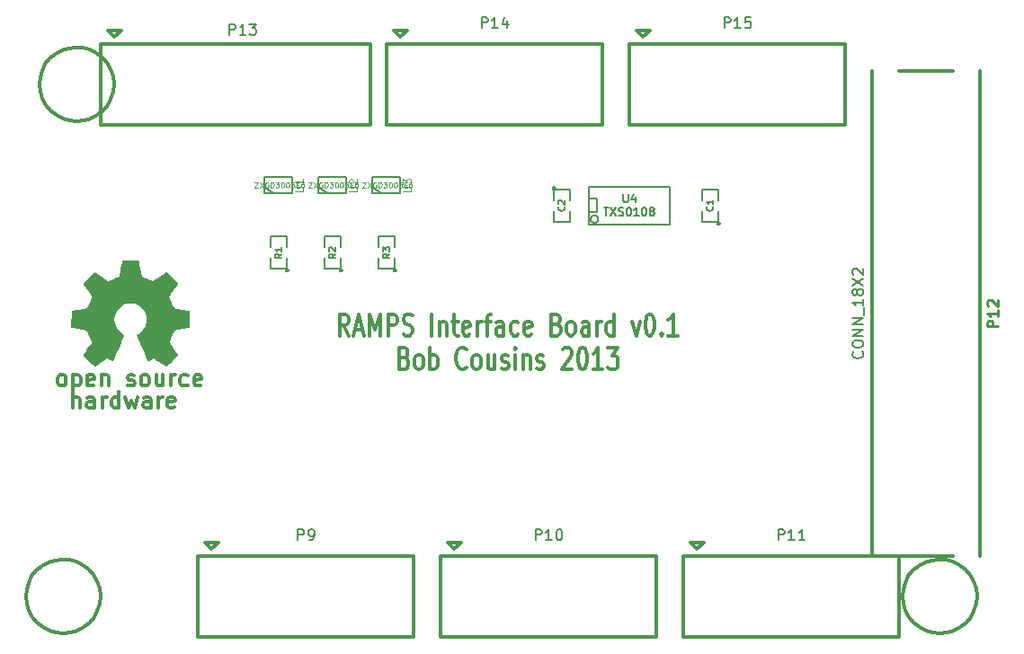
<source format=gto>
G04 (created by PCBNEW-RS274X (2012-01-19 BZR 3256)-stable) date 16/02/2013 15:24:50*
G01*
G70*
G90*
%MOIN*%
G04 Gerber Fmt 3.4, Leading zero omitted, Abs format*
%FSLAX34Y34*%
G04 APERTURE LIST*
%ADD10C,0.006000*%
%ADD11C,0.012000*%
%ADD12C,0.006500*%
%ADD13C,0.005000*%
%ADD14C,0.000100*%
%ADD15C,0.008000*%
%ADD16C,0.003000*%
%ADD17C,0.010000*%
G04 APERTURE END LIST*
G54D10*
G54D11*
X12087Y11176D02*
X11887Y11557D01*
X11744Y11176D02*
X11744Y11976D01*
X11972Y11976D01*
X12030Y11938D01*
X12058Y11900D01*
X12087Y11824D01*
X12087Y11710D01*
X12058Y11633D01*
X12030Y11595D01*
X11972Y11557D01*
X11744Y11557D01*
X12315Y11405D02*
X12601Y11405D01*
X12258Y11176D02*
X12458Y11976D01*
X12658Y11176D01*
X12858Y11176D02*
X12858Y11976D01*
X13058Y11405D01*
X13258Y11976D01*
X13258Y11176D01*
X13544Y11176D02*
X13544Y11976D01*
X13772Y11976D01*
X13830Y11938D01*
X13858Y11900D01*
X13887Y11824D01*
X13887Y11710D01*
X13858Y11633D01*
X13830Y11595D01*
X13772Y11557D01*
X13544Y11557D01*
X14115Y11214D02*
X14201Y11176D01*
X14344Y11176D01*
X14401Y11214D01*
X14430Y11252D01*
X14458Y11329D01*
X14458Y11405D01*
X14430Y11481D01*
X14401Y11519D01*
X14344Y11557D01*
X14230Y11595D01*
X14172Y11633D01*
X14144Y11671D01*
X14115Y11748D01*
X14115Y11824D01*
X14144Y11900D01*
X14172Y11938D01*
X14230Y11976D01*
X14372Y11976D01*
X14458Y11938D01*
X15172Y11176D02*
X15172Y11976D01*
X15458Y11710D02*
X15458Y11176D01*
X15458Y11633D02*
X15486Y11671D01*
X15544Y11710D01*
X15629Y11710D01*
X15686Y11671D01*
X15715Y11595D01*
X15715Y11176D01*
X15915Y11710D02*
X16144Y11710D01*
X16001Y11976D02*
X16001Y11290D01*
X16029Y11214D01*
X16087Y11176D01*
X16144Y11176D01*
X16572Y11214D02*
X16515Y11176D01*
X16401Y11176D01*
X16344Y11214D01*
X16315Y11290D01*
X16315Y11595D01*
X16344Y11671D01*
X16401Y11710D01*
X16515Y11710D01*
X16572Y11671D01*
X16601Y11595D01*
X16601Y11519D01*
X16315Y11443D01*
X16858Y11176D02*
X16858Y11710D01*
X16858Y11557D02*
X16886Y11633D01*
X16915Y11671D01*
X16972Y11710D01*
X17029Y11710D01*
X17143Y11710D02*
X17372Y11710D01*
X17229Y11176D02*
X17229Y11862D01*
X17257Y11938D01*
X17315Y11976D01*
X17372Y11976D01*
X17829Y11176D02*
X17829Y11595D01*
X17800Y11671D01*
X17743Y11710D01*
X17629Y11710D01*
X17572Y11671D01*
X17829Y11214D02*
X17772Y11176D01*
X17629Y11176D01*
X17572Y11214D01*
X17543Y11290D01*
X17543Y11367D01*
X17572Y11443D01*
X17629Y11481D01*
X17772Y11481D01*
X17829Y11519D01*
X18372Y11214D02*
X18315Y11176D01*
X18201Y11176D01*
X18143Y11214D01*
X18115Y11252D01*
X18086Y11329D01*
X18086Y11557D01*
X18115Y11633D01*
X18143Y11671D01*
X18201Y11710D01*
X18315Y11710D01*
X18372Y11671D01*
X18857Y11214D02*
X18800Y11176D01*
X18686Y11176D01*
X18629Y11214D01*
X18600Y11290D01*
X18600Y11595D01*
X18629Y11671D01*
X18686Y11710D01*
X18800Y11710D01*
X18857Y11671D01*
X18886Y11595D01*
X18886Y11519D01*
X18600Y11443D01*
X19800Y11595D02*
X19886Y11557D01*
X19914Y11519D01*
X19943Y11443D01*
X19943Y11329D01*
X19914Y11252D01*
X19886Y11214D01*
X19828Y11176D01*
X19600Y11176D01*
X19600Y11976D01*
X19800Y11976D01*
X19857Y11938D01*
X19886Y11900D01*
X19914Y11824D01*
X19914Y11748D01*
X19886Y11671D01*
X19857Y11633D01*
X19800Y11595D01*
X19600Y11595D01*
X20286Y11176D02*
X20228Y11214D01*
X20200Y11252D01*
X20171Y11329D01*
X20171Y11557D01*
X20200Y11633D01*
X20228Y11671D01*
X20286Y11710D01*
X20371Y11710D01*
X20428Y11671D01*
X20457Y11633D01*
X20486Y11557D01*
X20486Y11329D01*
X20457Y11252D01*
X20428Y11214D01*
X20371Y11176D01*
X20286Y11176D01*
X21000Y11176D02*
X21000Y11595D01*
X20971Y11671D01*
X20914Y11710D01*
X20800Y11710D01*
X20743Y11671D01*
X21000Y11214D02*
X20943Y11176D01*
X20800Y11176D01*
X20743Y11214D01*
X20714Y11290D01*
X20714Y11367D01*
X20743Y11443D01*
X20800Y11481D01*
X20943Y11481D01*
X21000Y11519D01*
X21286Y11176D02*
X21286Y11710D01*
X21286Y11557D02*
X21314Y11633D01*
X21343Y11671D01*
X21400Y11710D01*
X21457Y11710D01*
X21914Y11176D02*
X21914Y11976D01*
X21914Y11214D02*
X21857Y11176D01*
X21743Y11176D01*
X21685Y11214D01*
X21657Y11252D01*
X21628Y11329D01*
X21628Y11557D01*
X21657Y11633D01*
X21685Y11671D01*
X21743Y11710D01*
X21857Y11710D01*
X21914Y11671D01*
X22600Y11710D02*
X22743Y11176D01*
X22885Y11710D01*
X23228Y11976D02*
X23285Y11976D01*
X23342Y11938D01*
X23371Y11900D01*
X23400Y11824D01*
X23428Y11671D01*
X23428Y11481D01*
X23400Y11329D01*
X23371Y11252D01*
X23342Y11214D01*
X23285Y11176D01*
X23228Y11176D01*
X23171Y11214D01*
X23142Y11252D01*
X23114Y11329D01*
X23085Y11481D01*
X23085Y11671D01*
X23114Y11824D01*
X23142Y11900D01*
X23171Y11938D01*
X23228Y11976D01*
X23685Y11252D02*
X23713Y11214D01*
X23685Y11176D01*
X23656Y11214D01*
X23685Y11252D01*
X23685Y11176D01*
X24285Y11176D02*
X23942Y11176D01*
X24114Y11176D02*
X24114Y11976D01*
X24057Y11862D01*
X23999Y11786D01*
X23942Y11748D01*
X14158Y10355D02*
X14244Y10317D01*
X14272Y10279D01*
X14301Y10203D01*
X14301Y10089D01*
X14272Y10012D01*
X14244Y09974D01*
X14186Y09936D01*
X13958Y09936D01*
X13958Y10736D01*
X14158Y10736D01*
X14215Y10698D01*
X14244Y10660D01*
X14272Y10584D01*
X14272Y10508D01*
X14244Y10431D01*
X14215Y10393D01*
X14158Y10355D01*
X13958Y10355D01*
X14644Y09936D02*
X14586Y09974D01*
X14558Y10012D01*
X14529Y10089D01*
X14529Y10317D01*
X14558Y10393D01*
X14586Y10431D01*
X14644Y10470D01*
X14729Y10470D01*
X14786Y10431D01*
X14815Y10393D01*
X14844Y10317D01*
X14844Y10089D01*
X14815Y10012D01*
X14786Y09974D01*
X14729Y09936D01*
X14644Y09936D01*
X15101Y09936D02*
X15101Y10736D01*
X15101Y10431D02*
X15158Y10470D01*
X15272Y10470D01*
X15329Y10431D01*
X15358Y10393D01*
X15387Y10317D01*
X15387Y10089D01*
X15358Y10012D01*
X15329Y09974D01*
X15272Y09936D01*
X15158Y09936D01*
X15101Y09974D01*
X16444Y10012D02*
X16415Y09974D01*
X16329Y09936D01*
X16272Y09936D01*
X16187Y09974D01*
X16129Y10050D01*
X16101Y10127D01*
X16072Y10279D01*
X16072Y10393D01*
X16101Y10546D01*
X16129Y10622D01*
X16187Y10698D01*
X16272Y10736D01*
X16329Y10736D01*
X16415Y10698D01*
X16444Y10660D01*
X16787Y09936D02*
X16729Y09974D01*
X16701Y10012D01*
X16672Y10089D01*
X16672Y10317D01*
X16701Y10393D01*
X16729Y10431D01*
X16787Y10470D01*
X16872Y10470D01*
X16929Y10431D01*
X16958Y10393D01*
X16987Y10317D01*
X16987Y10089D01*
X16958Y10012D01*
X16929Y09974D01*
X16872Y09936D01*
X16787Y09936D01*
X17501Y10470D02*
X17501Y09936D01*
X17244Y10470D02*
X17244Y10050D01*
X17272Y09974D01*
X17330Y09936D01*
X17415Y09936D01*
X17472Y09974D01*
X17501Y10012D01*
X17758Y09974D02*
X17815Y09936D01*
X17930Y09936D01*
X17987Y09974D01*
X18015Y10050D01*
X18015Y10089D01*
X17987Y10165D01*
X17930Y10203D01*
X17844Y10203D01*
X17787Y10241D01*
X17758Y10317D01*
X17758Y10355D01*
X17787Y10431D01*
X17844Y10470D01*
X17930Y10470D01*
X17987Y10431D01*
X18273Y09936D02*
X18273Y10470D01*
X18273Y10736D02*
X18244Y10698D01*
X18273Y10660D01*
X18301Y10698D01*
X18273Y10736D01*
X18273Y10660D01*
X18559Y10470D02*
X18559Y09936D01*
X18559Y10393D02*
X18587Y10431D01*
X18645Y10470D01*
X18730Y10470D01*
X18787Y10431D01*
X18816Y10355D01*
X18816Y09936D01*
X19073Y09974D02*
X19130Y09936D01*
X19245Y09936D01*
X19302Y09974D01*
X19330Y10050D01*
X19330Y10089D01*
X19302Y10165D01*
X19245Y10203D01*
X19159Y10203D01*
X19102Y10241D01*
X19073Y10317D01*
X19073Y10355D01*
X19102Y10431D01*
X19159Y10470D01*
X19245Y10470D01*
X19302Y10431D01*
X20016Y10660D02*
X20045Y10698D01*
X20102Y10736D01*
X20245Y10736D01*
X20302Y10698D01*
X20331Y10660D01*
X20359Y10584D01*
X20359Y10508D01*
X20331Y10393D01*
X19988Y09936D01*
X20359Y09936D01*
X20730Y10736D02*
X20787Y10736D01*
X20844Y10698D01*
X20873Y10660D01*
X20902Y10584D01*
X20930Y10431D01*
X20930Y10241D01*
X20902Y10089D01*
X20873Y10012D01*
X20844Y09974D01*
X20787Y09936D01*
X20730Y09936D01*
X20673Y09974D01*
X20644Y10012D01*
X20616Y10089D01*
X20587Y10241D01*
X20587Y10431D01*
X20616Y10584D01*
X20644Y10660D01*
X20673Y10698D01*
X20730Y10736D01*
X21501Y09936D02*
X21158Y09936D01*
X21330Y09936D02*
X21330Y10736D01*
X21273Y10622D01*
X21215Y10546D01*
X21158Y10508D01*
X21701Y10736D02*
X22072Y10736D01*
X21872Y10431D01*
X21958Y10431D01*
X22015Y10393D01*
X22044Y10355D01*
X22072Y10279D01*
X22072Y10089D01*
X22044Y10012D01*
X22015Y09974D01*
X21958Y09936D01*
X21786Y09936D01*
X21729Y09974D01*
X21701Y10012D01*
X06750Y03500D02*
X07000Y03250D01*
X07000Y03250D02*
X07250Y03500D01*
X07250Y03500D02*
X06750Y03500D01*
X06500Y00000D02*
X06500Y03000D01*
X14500Y03000D02*
X14500Y00000D01*
X06500Y03000D02*
X14500Y03000D01*
X14500Y00000D02*
X06500Y00000D01*
X15750Y03500D02*
X16000Y03250D01*
X16000Y03250D02*
X16250Y03500D01*
X16250Y03500D02*
X15750Y03500D01*
X15500Y00000D02*
X15500Y03000D01*
X23500Y03000D02*
X23500Y00000D01*
X15500Y03000D02*
X23500Y03000D01*
X23500Y00000D02*
X15500Y00000D01*
X24750Y03500D02*
X25000Y03250D01*
X25000Y03250D02*
X25250Y03500D01*
X25250Y03500D02*
X24750Y03500D01*
X24500Y00000D02*
X24500Y03000D01*
X32500Y03000D02*
X32500Y00000D01*
X24500Y03000D02*
X32500Y03000D01*
X32500Y00000D02*
X24500Y00000D01*
X13750Y22500D02*
X14000Y22250D01*
X14000Y22250D02*
X14250Y22500D01*
X14250Y22500D02*
X13750Y22500D01*
X13500Y19000D02*
X13500Y22000D01*
X21500Y22000D02*
X21500Y19000D01*
X13500Y22000D02*
X21500Y22000D01*
X21500Y19000D02*
X13500Y19000D01*
X22750Y22500D02*
X23000Y22250D01*
X23000Y22250D02*
X23250Y22500D01*
X23250Y22500D02*
X22750Y22500D01*
X22500Y19000D02*
X22500Y22000D01*
X30500Y22000D02*
X30500Y19000D01*
X22500Y22000D02*
X30500Y22000D01*
X30500Y19000D02*
X22500Y19000D01*
X03150Y22500D02*
X03400Y22250D01*
X03400Y22250D02*
X03650Y22500D01*
X03650Y22500D02*
X03150Y22500D01*
X02900Y22000D02*
X02900Y19000D01*
X12900Y22000D02*
X12900Y19000D01*
X10900Y22000D02*
X12900Y22000D01*
X10900Y19000D02*
X12900Y19000D01*
X02900Y22000D02*
X10900Y22000D01*
X10900Y19000D02*
X02900Y19000D01*
G54D12*
X24000Y16700D02*
X21000Y16700D01*
X21000Y15300D02*
X24000Y15300D01*
X24000Y16700D02*
X24000Y15300D01*
G54D10*
X21000Y15300D02*
X21000Y16700D01*
G54D13*
X21341Y15500D02*
X21338Y15473D01*
X21330Y15447D01*
X21317Y15422D01*
X21300Y15401D01*
X21278Y15384D01*
X21254Y15371D01*
X21228Y15362D01*
X21200Y15360D01*
X21174Y15362D01*
X21148Y15370D01*
X21123Y15383D01*
X21102Y15400D01*
X21084Y15421D01*
X21071Y15445D01*
X21063Y15471D01*
X21060Y15499D01*
X21062Y15525D01*
X21069Y15551D01*
X21082Y15576D01*
X21099Y15597D01*
X21120Y15615D01*
X21144Y15629D01*
X21170Y15637D01*
X21198Y15640D01*
X21224Y15638D01*
X21250Y15631D01*
X21275Y15619D01*
X21297Y15602D01*
X21315Y15581D01*
X21328Y15557D01*
X21337Y15531D01*
X21340Y15503D01*
X21341Y15500D01*
X21000Y16250D02*
X21300Y16250D01*
X21300Y16250D02*
X21300Y15750D01*
X21300Y15750D02*
X21000Y15750D01*
X25850Y15350D02*
X25849Y15341D01*
X25846Y15331D01*
X25841Y15323D01*
X25835Y15315D01*
X25827Y15309D01*
X25819Y15304D01*
X25810Y15302D01*
X25800Y15301D01*
X25791Y15301D01*
X25782Y15304D01*
X25773Y15309D01*
X25766Y15315D01*
X25759Y15322D01*
X25755Y15331D01*
X25752Y15340D01*
X25751Y15350D01*
X25751Y15359D01*
X25754Y15368D01*
X25758Y15377D01*
X25765Y15384D01*
X25772Y15391D01*
X25780Y15395D01*
X25790Y15398D01*
X25799Y15399D01*
X25808Y15399D01*
X25818Y15396D01*
X25826Y15392D01*
X25834Y15386D01*
X25840Y15378D01*
X25845Y15370D01*
X25848Y15361D01*
X25849Y15351D01*
X25850Y15350D01*
X25800Y15800D02*
X25800Y15400D01*
X25800Y15400D02*
X25200Y15400D01*
X25200Y15400D02*
X25200Y15800D01*
X25200Y16200D02*
X25200Y16600D01*
X25200Y16600D02*
X25800Y16600D01*
X25800Y16600D02*
X25800Y16200D01*
X19750Y16650D02*
X19749Y16641D01*
X19746Y16631D01*
X19741Y16623D01*
X19735Y16615D01*
X19727Y16609D01*
X19719Y16604D01*
X19710Y16602D01*
X19700Y16601D01*
X19691Y16601D01*
X19682Y16604D01*
X19673Y16609D01*
X19666Y16615D01*
X19659Y16622D01*
X19655Y16631D01*
X19652Y16640D01*
X19651Y16650D01*
X19651Y16659D01*
X19654Y16668D01*
X19658Y16677D01*
X19665Y16684D01*
X19672Y16691D01*
X19680Y16695D01*
X19690Y16698D01*
X19699Y16699D01*
X19708Y16699D01*
X19718Y16696D01*
X19726Y16692D01*
X19734Y16686D01*
X19740Y16678D01*
X19745Y16670D01*
X19748Y16661D01*
X19749Y16651D01*
X19750Y16650D01*
X19700Y16200D02*
X19700Y16600D01*
X19700Y16600D02*
X20300Y16600D01*
X20300Y16600D02*
X20300Y16200D01*
X20300Y15800D02*
X20300Y15400D01*
X20300Y15400D02*
X19700Y15400D01*
X19700Y15400D02*
X19700Y15800D01*
X09850Y13600D02*
X09849Y13591D01*
X09846Y13581D01*
X09841Y13573D01*
X09835Y13565D01*
X09827Y13559D01*
X09819Y13554D01*
X09810Y13552D01*
X09800Y13551D01*
X09791Y13551D01*
X09782Y13554D01*
X09773Y13559D01*
X09766Y13565D01*
X09759Y13572D01*
X09755Y13581D01*
X09752Y13590D01*
X09751Y13600D01*
X09751Y13609D01*
X09754Y13618D01*
X09758Y13627D01*
X09765Y13634D01*
X09772Y13641D01*
X09780Y13645D01*
X09790Y13648D01*
X09799Y13649D01*
X09808Y13649D01*
X09818Y13646D01*
X09826Y13642D01*
X09834Y13636D01*
X09840Y13628D01*
X09845Y13620D01*
X09848Y13611D01*
X09849Y13601D01*
X09850Y13600D01*
X09800Y14050D02*
X09800Y13650D01*
X09800Y13650D02*
X09200Y13650D01*
X09200Y13650D02*
X09200Y14050D01*
X09200Y14450D02*
X09200Y14850D01*
X09200Y14850D02*
X09800Y14850D01*
X09800Y14850D02*
X09800Y14450D01*
X11850Y13600D02*
X11849Y13591D01*
X11846Y13581D01*
X11841Y13573D01*
X11835Y13565D01*
X11827Y13559D01*
X11819Y13554D01*
X11810Y13552D01*
X11800Y13551D01*
X11791Y13551D01*
X11782Y13554D01*
X11773Y13559D01*
X11766Y13565D01*
X11759Y13572D01*
X11755Y13581D01*
X11752Y13590D01*
X11751Y13600D01*
X11751Y13609D01*
X11754Y13618D01*
X11758Y13627D01*
X11765Y13634D01*
X11772Y13641D01*
X11780Y13645D01*
X11790Y13648D01*
X11799Y13649D01*
X11808Y13649D01*
X11818Y13646D01*
X11826Y13642D01*
X11834Y13636D01*
X11840Y13628D01*
X11845Y13620D01*
X11848Y13611D01*
X11849Y13601D01*
X11850Y13600D01*
X11800Y14050D02*
X11800Y13650D01*
X11800Y13650D02*
X11200Y13650D01*
X11200Y13650D02*
X11200Y14050D01*
X11200Y14450D02*
X11200Y14850D01*
X11200Y14850D02*
X11800Y14850D01*
X11800Y14850D02*
X11800Y14450D01*
X13850Y13600D02*
X13849Y13591D01*
X13846Y13581D01*
X13841Y13573D01*
X13835Y13565D01*
X13827Y13559D01*
X13819Y13554D01*
X13810Y13552D01*
X13800Y13551D01*
X13791Y13551D01*
X13782Y13554D01*
X13773Y13559D01*
X13766Y13565D01*
X13759Y13572D01*
X13755Y13581D01*
X13752Y13590D01*
X13751Y13600D01*
X13751Y13609D01*
X13754Y13618D01*
X13758Y13627D01*
X13765Y13634D01*
X13772Y13641D01*
X13780Y13645D01*
X13790Y13648D01*
X13799Y13649D01*
X13808Y13649D01*
X13818Y13646D01*
X13826Y13642D01*
X13834Y13636D01*
X13840Y13628D01*
X13845Y13620D01*
X13848Y13611D01*
X13849Y13601D01*
X13850Y13600D01*
X13800Y14050D02*
X13800Y13650D01*
X13800Y13650D02*
X13200Y13650D01*
X13200Y13650D02*
X13200Y14050D01*
X13200Y14450D02*
X13200Y14850D01*
X13200Y14850D02*
X13800Y14850D01*
X13800Y14850D02*
X13800Y14450D01*
G54D14*
G36*
X02672Y10032D02*
X02695Y10044D01*
X02746Y10076D01*
X02819Y10124D01*
X02906Y10182D01*
X02993Y10241D01*
X03064Y10289D01*
X03114Y10321D01*
X03135Y10332D01*
X03146Y10328D01*
X03187Y10308D01*
X03247Y10277D01*
X03282Y10259D01*
X03337Y10236D01*
X03364Y10231D01*
X03369Y10238D01*
X03389Y10280D01*
X03420Y10352D01*
X03462Y10447D01*
X03509Y10558D01*
X03560Y10678D01*
X03611Y10800D01*
X03659Y10917D01*
X03702Y11022D01*
X03736Y11107D01*
X03759Y11166D01*
X03767Y11192D01*
X03765Y11197D01*
X03737Y11224D01*
X03689Y11260D01*
X03586Y11344D01*
X03483Y11472D01*
X03421Y11617D01*
X03400Y11778D01*
X03418Y11928D01*
X03477Y12072D01*
X03577Y12201D01*
X03698Y12297D01*
X03840Y12358D01*
X04000Y12377D01*
X04153Y12360D01*
X04299Y12302D01*
X04429Y12204D01*
X04483Y12141D01*
X04558Y12010D01*
X04601Y11870D01*
X04606Y11834D01*
X04599Y11680D01*
X04554Y11533D01*
X04473Y11401D01*
X04360Y11293D01*
X04346Y11282D01*
X04293Y11243D01*
X04258Y11216D01*
X04231Y11194D01*
X04427Y10722D01*
X04458Y10647D01*
X04512Y10518D01*
X04559Y10407D01*
X04597Y10319D01*
X04623Y10260D01*
X04635Y10236D01*
X04636Y10235D01*
X04653Y10232D01*
X04689Y10245D01*
X04755Y10277D01*
X04799Y10299D01*
X04849Y10323D01*
X04871Y10332D01*
X04890Y10322D01*
X04938Y10291D01*
X05008Y10244D01*
X05093Y10186D01*
X05173Y10132D01*
X05247Y10083D01*
X05301Y10049D01*
X05327Y10035D01*
X05331Y10035D01*
X05354Y10048D01*
X05396Y10083D01*
X05461Y10144D01*
X05552Y10234D01*
X05566Y10247D01*
X05640Y10323D01*
X05701Y10387D01*
X05742Y10432D01*
X05756Y10453D01*
X05756Y10453D01*
X05743Y10479D01*
X05709Y10532D01*
X05660Y10607D01*
X05600Y10695D01*
X05444Y10922D01*
X05530Y11136D01*
X05556Y11201D01*
X05590Y11281D01*
X05615Y11338D01*
X05627Y11363D01*
X05651Y11371D01*
X05709Y11385D01*
X05794Y11403D01*
X05896Y11422D01*
X05992Y11439D01*
X06079Y11456D01*
X06143Y11468D01*
X06171Y11474D01*
X06178Y11478D01*
X06183Y11491D01*
X06187Y11521D01*
X06189Y11574D01*
X06190Y11658D01*
X06190Y11778D01*
X06190Y11791D01*
X06189Y11907D01*
X06187Y11998D01*
X06184Y12059D01*
X06180Y12082D01*
X06180Y12083D01*
X06153Y12089D01*
X06091Y12102D01*
X06004Y12119D01*
X05900Y12139D01*
X05893Y12140D01*
X05790Y12160D01*
X05703Y12178D01*
X05642Y12192D01*
X05616Y12200D01*
X05611Y12208D01*
X05590Y12248D01*
X05560Y12312D01*
X05526Y12391D01*
X05492Y12472D01*
X05463Y12545D01*
X05443Y12600D01*
X05437Y12625D01*
X05438Y12625D01*
X05453Y12650D01*
X05489Y12704D01*
X05539Y12779D01*
X05600Y12867D01*
X05604Y12873D01*
X05664Y12961D01*
X05712Y13035D01*
X05744Y13088D01*
X05756Y13112D01*
X05756Y13113D01*
X05736Y13139D01*
X05692Y13189D01*
X05628Y13256D01*
X05551Y13333D01*
X05527Y13357D01*
X05442Y13440D01*
X05382Y13495D01*
X05346Y13524D01*
X05328Y13530D01*
X05327Y13530D01*
X05301Y13514D01*
X05246Y13478D01*
X05171Y13427D01*
X05082Y13366D01*
X05076Y13362D01*
X04988Y13303D01*
X04915Y13253D01*
X04863Y13219D01*
X04841Y13205D01*
X04837Y13205D01*
X04801Y13216D01*
X04739Y13238D01*
X04662Y13267D01*
X04581Y13300D01*
X04508Y13331D01*
X04452Y13356D01*
X04426Y13371D01*
X04426Y13372D01*
X04416Y13403D01*
X04401Y13469D01*
X04383Y13559D01*
X04362Y13666D01*
X04359Y13684D01*
X04339Y13788D01*
X04322Y13874D01*
X04310Y13934D01*
X04304Y13958D01*
X04289Y13962D01*
X04238Y13966D01*
X04160Y13968D01*
X04066Y13969D01*
X03967Y13968D01*
X03870Y13966D01*
X03787Y13963D01*
X03728Y13959D01*
X03704Y13954D01*
X03703Y13953D01*
X03694Y13920D01*
X03679Y13855D01*
X03661Y13764D01*
X03640Y13656D01*
X03636Y13637D01*
X03617Y13533D01*
X03599Y13448D01*
X03587Y13389D01*
X03580Y13366D01*
X03571Y13361D01*
X03528Y13342D01*
X03458Y13313D01*
X03372Y13278D01*
X03171Y13197D01*
X02925Y13366D01*
X02902Y13381D01*
X02814Y13441D01*
X02741Y13490D01*
X02691Y13522D01*
X02670Y13534D01*
X02668Y13533D01*
X02644Y13512D01*
X02595Y13466D01*
X02528Y13401D01*
X02451Y13324D01*
X02394Y13267D01*
X02326Y13198D01*
X02283Y13152D01*
X02260Y13122D01*
X02251Y13104D01*
X02253Y13092D01*
X02269Y13067D01*
X02305Y13013D01*
X02356Y12938D01*
X02416Y12851D01*
X02465Y12779D01*
X02518Y12696D01*
X02553Y12637D01*
X02565Y12608D01*
X02562Y12596D01*
X02545Y12548D01*
X02516Y12475D01*
X02479Y12389D01*
X02393Y12194D01*
X02266Y12169D01*
X02188Y12155D01*
X02080Y12134D01*
X01977Y12114D01*
X01815Y12083D01*
X01809Y11489D01*
X01834Y11478D01*
X01858Y11472D01*
X01918Y11458D01*
X02004Y11441D01*
X02104Y11422D01*
X02190Y11406D01*
X02277Y11390D01*
X02339Y11378D01*
X02367Y11372D01*
X02374Y11363D01*
X02395Y11321D01*
X02426Y11254D01*
X02460Y11174D01*
X02495Y11091D01*
X02525Y11014D01*
X02547Y10956D01*
X02555Y10925D01*
X02543Y10903D01*
X02510Y10852D01*
X02462Y10779D01*
X02404Y10693D01*
X02345Y10607D01*
X02295Y10534D01*
X02261Y10481D01*
X02246Y10457D01*
X02253Y10440D01*
X02288Y10399D01*
X02353Y10331D01*
X02449Y10236D01*
X02465Y10221D01*
X02542Y10147D01*
X02607Y10087D01*
X02652Y10047D01*
X02672Y10032D01*
X02672Y10032D01*
G37*
G54D13*
X09300Y16450D02*
X09000Y16650D01*
X10000Y16450D02*
X08975Y16450D01*
X08975Y16450D02*
X08975Y17050D01*
X08975Y17050D02*
X10000Y17050D01*
X10000Y17050D02*
X10000Y16450D01*
X11300Y16450D02*
X11000Y16650D01*
X12000Y16450D02*
X10975Y16450D01*
X10975Y16450D02*
X10975Y17050D01*
X10975Y17050D02*
X12000Y17050D01*
X12000Y17050D02*
X12000Y16450D01*
X13300Y16450D02*
X13000Y16650D01*
X14000Y16450D02*
X12975Y16450D01*
X12975Y16450D02*
X12975Y17050D01*
X12975Y17050D02*
X14000Y17050D01*
X14000Y17050D02*
X14000Y16450D01*
G54D11*
X31500Y03000D02*
X31500Y21000D01*
X35500Y21000D02*
X35500Y03000D01*
X34500Y03000D02*
X32500Y03000D01*
X34500Y21000D02*
X32500Y21000D01*
X02878Y01500D02*
X02851Y01233D01*
X02774Y00975D01*
X02647Y00738D01*
X02477Y00530D01*
X02270Y00358D01*
X02033Y00230D01*
X01777Y00151D01*
X01509Y00123D01*
X01242Y00147D01*
X00984Y00223D01*
X00746Y00347D01*
X00536Y00516D01*
X00363Y00722D01*
X00234Y00958D01*
X00153Y01214D01*
X00123Y01481D01*
X00145Y01748D01*
X00219Y02007D01*
X00342Y02246D01*
X00509Y02457D01*
X00714Y02631D01*
X00949Y02762D01*
X01205Y02845D01*
X01472Y02877D01*
X01739Y02857D01*
X01998Y02784D01*
X02238Y02663D01*
X02450Y02497D01*
X02626Y02294D01*
X02758Y02060D01*
X02843Y01805D01*
X02877Y01538D01*
X02878Y01500D01*
X03378Y20500D02*
X03351Y20233D01*
X03274Y19975D01*
X03147Y19738D01*
X02977Y19530D01*
X02770Y19358D01*
X02533Y19230D01*
X02277Y19151D01*
X02009Y19123D01*
X01742Y19147D01*
X01484Y19223D01*
X01246Y19347D01*
X01036Y19516D01*
X00863Y19722D01*
X00734Y19958D01*
X00653Y20214D01*
X00623Y20481D01*
X00645Y20748D01*
X00719Y21007D01*
X00842Y21246D01*
X01009Y21457D01*
X01214Y21631D01*
X01449Y21762D01*
X01705Y21845D01*
X01972Y21877D01*
X02239Y21857D01*
X02498Y21784D01*
X02738Y21663D01*
X02950Y21497D01*
X03126Y21294D01*
X03258Y21060D01*
X03343Y20805D01*
X03377Y20538D01*
X03378Y20500D01*
X35378Y01500D02*
X35351Y01233D01*
X35274Y00975D01*
X35147Y00738D01*
X34977Y00530D01*
X34770Y00358D01*
X34533Y00230D01*
X34277Y00151D01*
X34009Y00123D01*
X33742Y00147D01*
X33484Y00223D01*
X33246Y00347D01*
X33036Y00516D01*
X32863Y00722D01*
X32734Y00958D01*
X32653Y01214D01*
X32623Y01481D01*
X32645Y01748D01*
X32719Y02007D01*
X32842Y02246D01*
X33009Y02457D01*
X33214Y02631D01*
X33449Y02762D01*
X33705Y02845D01*
X33972Y02877D01*
X34239Y02857D01*
X34498Y02784D01*
X34738Y02663D01*
X34950Y02497D01*
X35126Y02294D01*
X35258Y02060D01*
X35343Y01805D01*
X35377Y01538D01*
X35378Y01500D01*
G54D15*
X10205Y03588D02*
X10205Y03988D01*
X10358Y03988D01*
X10396Y03969D01*
X10415Y03950D01*
X10434Y03912D01*
X10434Y03855D01*
X10415Y03817D01*
X10396Y03798D01*
X10358Y03779D01*
X10205Y03779D01*
X10624Y03588D02*
X10700Y03588D01*
X10739Y03607D01*
X10758Y03626D01*
X10796Y03683D01*
X10815Y03760D01*
X10815Y03912D01*
X10796Y03950D01*
X10777Y03969D01*
X10739Y03988D01*
X10662Y03988D01*
X10624Y03969D01*
X10605Y03950D01*
X10586Y03912D01*
X10586Y03817D01*
X10605Y03779D01*
X10624Y03760D01*
X10662Y03740D01*
X10739Y03740D01*
X10777Y03760D01*
X10796Y03779D01*
X10815Y03817D01*
X19014Y03588D02*
X19014Y03988D01*
X19167Y03988D01*
X19205Y03969D01*
X19224Y03950D01*
X19243Y03912D01*
X19243Y03855D01*
X19224Y03817D01*
X19205Y03798D01*
X19167Y03779D01*
X19014Y03779D01*
X19624Y03588D02*
X19395Y03588D01*
X19509Y03588D02*
X19509Y03988D01*
X19471Y03931D01*
X19433Y03893D01*
X19395Y03874D01*
X19871Y03988D02*
X19910Y03988D01*
X19948Y03969D01*
X19967Y03950D01*
X19986Y03912D01*
X20005Y03836D01*
X20005Y03740D01*
X19986Y03664D01*
X19967Y03626D01*
X19948Y03607D01*
X19910Y03588D01*
X19871Y03588D01*
X19833Y03607D01*
X19814Y03626D01*
X19795Y03664D01*
X19776Y03740D01*
X19776Y03836D01*
X19795Y03912D01*
X19814Y03950D01*
X19833Y03969D01*
X19871Y03988D01*
X28014Y03588D02*
X28014Y03988D01*
X28167Y03988D01*
X28205Y03969D01*
X28224Y03950D01*
X28243Y03912D01*
X28243Y03855D01*
X28224Y03817D01*
X28205Y03798D01*
X28167Y03779D01*
X28014Y03779D01*
X28624Y03588D02*
X28395Y03588D01*
X28509Y03588D02*
X28509Y03988D01*
X28471Y03931D01*
X28433Y03893D01*
X28395Y03874D01*
X29005Y03588D02*
X28776Y03588D01*
X28890Y03588D02*
X28890Y03988D01*
X28852Y03931D01*
X28814Y03893D01*
X28776Y03874D01*
X17014Y22588D02*
X17014Y22988D01*
X17167Y22988D01*
X17205Y22969D01*
X17224Y22950D01*
X17243Y22912D01*
X17243Y22855D01*
X17224Y22817D01*
X17205Y22798D01*
X17167Y22779D01*
X17014Y22779D01*
X17624Y22588D02*
X17395Y22588D01*
X17509Y22588D02*
X17509Y22988D01*
X17471Y22931D01*
X17433Y22893D01*
X17395Y22874D01*
X17967Y22855D02*
X17967Y22588D01*
X17871Y23007D02*
X17776Y22721D01*
X18024Y22721D01*
X26014Y22588D02*
X26014Y22988D01*
X26167Y22988D01*
X26205Y22969D01*
X26224Y22950D01*
X26243Y22912D01*
X26243Y22855D01*
X26224Y22817D01*
X26205Y22798D01*
X26167Y22779D01*
X26014Y22779D01*
X26624Y22588D02*
X26395Y22588D01*
X26509Y22588D02*
X26509Y22988D01*
X26471Y22931D01*
X26433Y22893D01*
X26395Y22874D01*
X26986Y22988D02*
X26795Y22988D01*
X26776Y22798D01*
X26795Y22817D01*
X26833Y22836D01*
X26929Y22836D01*
X26967Y22817D01*
X26986Y22798D01*
X27005Y22760D01*
X27005Y22664D01*
X26986Y22626D01*
X26967Y22607D01*
X26929Y22588D01*
X26833Y22588D01*
X26795Y22607D01*
X26776Y22626D01*
X07664Y22338D02*
X07664Y22738D01*
X07817Y22738D01*
X07855Y22719D01*
X07874Y22700D01*
X07893Y22662D01*
X07893Y22605D01*
X07874Y22567D01*
X07855Y22548D01*
X07817Y22529D01*
X07664Y22529D01*
X08274Y22338D02*
X08045Y22338D01*
X08159Y22338D02*
X08159Y22738D01*
X08121Y22681D01*
X08083Y22643D01*
X08045Y22624D01*
X08407Y22738D02*
X08655Y22738D01*
X08521Y22586D01*
X08579Y22586D01*
X08617Y22567D01*
X08636Y22548D01*
X08655Y22510D01*
X08655Y22414D01*
X08636Y22376D01*
X08617Y22357D01*
X08579Y22338D01*
X08464Y22338D01*
X08426Y22357D01*
X08407Y22376D01*
G54D13*
X22271Y16429D02*
X22271Y16186D01*
X22286Y16157D01*
X22300Y16143D01*
X22329Y16129D01*
X22386Y16129D01*
X22414Y16143D01*
X22429Y16157D01*
X22443Y16186D01*
X22443Y16429D01*
X22714Y16329D02*
X22714Y16129D01*
X22643Y16443D02*
X22571Y16229D01*
X22757Y16229D01*
X21557Y15929D02*
X21728Y15929D01*
X21642Y15629D02*
X21642Y15929D01*
X21800Y15929D02*
X22000Y15629D01*
X22000Y15929D02*
X21800Y15629D01*
X22100Y15643D02*
X22143Y15629D01*
X22214Y15629D01*
X22243Y15643D01*
X22257Y15657D01*
X22272Y15686D01*
X22272Y15714D01*
X22257Y15743D01*
X22243Y15757D01*
X22214Y15771D01*
X22157Y15786D01*
X22129Y15800D01*
X22114Y15814D01*
X22100Y15843D01*
X22100Y15871D01*
X22114Y15900D01*
X22129Y15914D01*
X22157Y15929D01*
X22229Y15929D01*
X22272Y15914D01*
X22458Y15929D02*
X22486Y15929D01*
X22515Y15914D01*
X22529Y15900D01*
X22543Y15871D01*
X22558Y15814D01*
X22558Y15743D01*
X22543Y15686D01*
X22529Y15657D01*
X22515Y15643D01*
X22486Y15629D01*
X22458Y15629D01*
X22429Y15643D01*
X22415Y15657D01*
X22400Y15686D01*
X22386Y15743D01*
X22386Y15814D01*
X22400Y15871D01*
X22415Y15900D01*
X22429Y15914D01*
X22458Y15929D01*
X22844Y15629D02*
X22672Y15629D01*
X22758Y15629D02*
X22758Y15929D01*
X22729Y15886D01*
X22701Y15857D01*
X22672Y15843D01*
X23030Y15929D02*
X23058Y15929D01*
X23087Y15914D01*
X23101Y15900D01*
X23115Y15871D01*
X23130Y15814D01*
X23130Y15743D01*
X23115Y15686D01*
X23101Y15657D01*
X23087Y15643D01*
X23058Y15629D01*
X23030Y15629D01*
X23001Y15643D01*
X22987Y15657D01*
X22972Y15686D01*
X22958Y15743D01*
X22958Y15814D01*
X22972Y15871D01*
X22987Y15900D01*
X23001Y15914D01*
X23030Y15929D01*
X23301Y15800D02*
X23273Y15814D01*
X23258Y15829D01*
X23244Y15857D01*
X23244Y15871D01*
X23258Y15900D01*
X23273Y15914D01*
X23301Y15929D01*
X23358Y15929D01*
X23387Y15914D01*
X23401Y15900D01*
X23416Y15871D01*
X23416Y15857D01*
X23401Y15829D01*
X23387Y15814D01*
X23358Y15800D01*
X23301Y15800D01*
X23273Y15786D01*
X23258Y15771D01*
X23244Y15743D01*
X23244Y15686D01*
X23258Y15657D01*
X23273Y15643D01*
X23301Y15629D01*
X23358Y15629D01*
X23387Y15643D01*
X23401Y15657D01*
X23416Y15686D01*
X23416Y15743D01*
X23401Y15771D01*
X23387Y15786D01*
X23358Y15800D01*
X25577Y15958D02*
X25589Y15946D01*
X25601Y15911D01*
X25601Y15887D01*
X25589Y15851D01*
X25565Y15827D01*
X25542Y15816D01*
X25494Y15804D01*
X25458Y15804D01*
X25411Y15816D01*
X25387Y15827D01*
X25363Y15851D01*
X25351Y15887D01*
X25351Y15911D01*
X25363Y15946D01*
X25375Y15958D01*
X25601Y16196D02*
X25601Y16054D01*
X25601Y16125D02*
X25351Y16125D01*
X25387Y16101D01*
X25411Y16077D01*
X25423Y16054D01*
X20077Y15958D02*
X20089Y15946D01*
X20101Y15911D01*
X20101Y15887D01*
X20089Y15851D01*
X20065Y15827D01*
X20042Y15816D01*
X19994Y15804D01*
X19958Y15804D01*
X19911Y15816D01*
X19887Y15827D01*
X19863Y15851D01*
X19851Y15887D01*
X19851Y15911D01*
X19863Y15946D01*
X19875Y15958D01*
X19875Y16054D02*
X19863Y16066D01*
X19851Y16089D01*
X19851Y16149D01*
X19863Y16173D01*
X19875Y16185D01*
X19899Y16196D01*
X19923Y16196D01*
X19958Y16185D01*
X20101Y16042D01*
X20101Y16196D01*
X09601Y14208D02*
X09482Y14125D01*
X09601Y14066D02*
X09351Y14066D01*
X09351Y14161D01*
X09363Y14185D01*
X09375Y14196D01*
X09399Y14208D01*
X09435Y14208D01*
X09458Y14196D01*
X09470Y14185D01*
X09482Y14161D01*
X09482Y14066D01*
X09601Y14446D02*
X09601Y14304D01*
X09601Y14375D02*
X09351Y14375D01*
X09387Y14351D01*
X09411Y14327D01*
X09423Y14304D01*
X11601Y14208D02*
X11482Y14125D01*
X11601Y14066D02*
X11351Y14066D01*
X11351Y14161D01*
X11363Y14185D01*
X11375Y14196D01*
X11399Y14208D01*
X11435Y14208D01*
X11458Y14196D01*
X11470Y14185D01*
X11482Y14161D01*
X11482Y14066D01*
X11375Y14304D02*
X11363Y14316D01*
X11351Y14339D01*
X11351Y14399D01*
X11363Y14423D01*
X11375Y14435D01*
X11399Y14446D01*
X11423Y14446D01*
X11458Y14435D01*
X11601Y14292D01*
X11601Y14446D01*
X13601Y14208D02*
X13482Y14125D01*
X13601Y14066D02*
X13351Y14066D01*
X13351Y14161D01*
X13363Y14185D01*
X13375Y14196D01*
X13399Y14208D01*
X13435Y14208D01*
X13458Y14196D01*
X13470Y14185D01*
X13482Y14161D01*
X13482Y14066D01*
X13351Y14292D02*
X13351Y14446D01*
X13446Y14363D01*
X13446Y14399D01*
X13458Y14423D01*
X13470Y14435D01*
X13494Y14446D01*
X13554Y14446D01*
X13577Y14435D01*
X13589Y14423D01*
X13601Y14399D01*
X13601Y14327D01*
X13589Y14304D01*
X13577Y14292D01*
G54D11*
X01861Y08489D02*
X01861Y09089D01*
X02118Y08489D02*
X02118Y08803D01*
X02089Y08861D01*
X02032Y08889D01*
X01947Y08889D01*
X01889Y08861D01*
X01861Y08832D01*
X02661Y08489D02*
X02661Y08803D01*
X02632Y08861D01*
X02575Y08889D01*
X02461Y08889D01*
X02404Y08861D01*
X02661Y08518D02*
X02604Y08489D01*
X02461Y08489D01*
X02404Y08518D01*
X02375Y08575D01*
X02375Y08632D01*
X02404Y08689D01*
X02461Y08718D01*
X02604Y08718D01*
X02661Y08746D01*
X02947Y08489D02*
X02947Y08889D01*
X02947Y08775D02*
X02975Y08832D01*
X03004Y08861D01*
X03061Y08889D01*
X03118Y08889D01*
X03575Y08489D02*
X03575Y09089D01*
X03575Y08518D02*
X03518Y08489D01*
X03404Y08489D01*
X03346Y08518D01*
X03318Y08546D01*
X03289Y08603D01*
X03289Y08775D01*
X03318Y08832D01*
X03346Y08861D01*
X03404Y08889D01*
X03518Y08889D01*
X03575Y08861D01*
X03804Y08889D02*
X03918Y08489D01*
X04032Y08775D01*
X04147Y08489D01*
X04261Y08889D01*
X04747Y08489D02*
X04747Y08803D01*
X04718Y08861D01*
X04661Y08889D01*
X04547Y08889D01*
X04490Y08861D01*
X04747Y08518D02*
X04690Y08489D01*
X04547Y08489D01*
X04490Y08518D01*
X04461Y08575D01*
X04461Y08632D01*
X04490Y08689D01*
X04547Y08718D01*
X04690Y08718D01*
X04747Y08746D01*
X05033Y08489D02*
X05033Y08889D01*
X05033Y08775D02*
X05061Y08832D01*
X05090Y08861D01*
X05147Y08889D01*
X05204Y08889D01*
X05632Y08518D02*
X05575Y08489D01*
X05461Y08489D01*
X05404Y08518D01*
X05375Y08575D01*
X05375Y08803D01*
X05404Y08861D01*
X05461Y08889D01*
X05575Y08889D01*
X05632Y08861D01*
X05661Y08803D01*
X05661Y08746D01*
X05375Y08689D01*
X01405Y09316D02*
X01347Y09345D01*
X01319Y09373D01*
X01290Y09430D01*
X01290Y09602D01*
X01319Y09659D01*
X01347Y09688D01*
X01405Y09716D01*
X01490Y09716D01*
X01547Y09688D01*
X01576Y09659D01*
X01605Y09602D01*
X01605Y09430D01*
X01576Y09373D01*
X01547Y09345D01*
X01490Y09316D01*
X01405Y09316D01*
X01862Y09716D02*
X01862Y09116D01*
X01862Y09688D02*
X01919Y09716D01*
X02033Y09716D01*
X02090Y09688D01*
X02119Y09659D01*
X02148Y09602D01*
X02148Y09430D01*
X02119Y09373D01*
X02090Y09345D01*
X02033Y09316D01*
X01919Y09316D01*
X01862Y09345D01*
X02633Y09345D02*
X02576Y09316D01*
X02462Y09316D01*
X02405Y09345D01*
X02376Y09402D01*
X02376Y09630D01*
X02405Y09688D01*
X02462Y09716D01*
X02576Y09716D01*
X02633Y09688D01*
X02662Y09630D01*
X02662Y09573D01*
X02376Y09516D01*
X02919Y09716D02*
X02919Y09316D01*
X02919Y09659D02*
X02947Y09688D01*
X03005Y09716D01*
X03090Y09716D01*
X03147Y09688D01*
X03176Y09630D01*
X03176Y09316D01*
X03890Y09345D02*
X03947Y09316D01*
X04062Y09316D01*
X04119Y09345D01*
X04147Y09402D01*
X04147Y09430D01*
X04119Y09488D01*
X04062Y09516D01*
X03976Y09516D01*
X03919Y09545D01*
X03890Y09602D01*
X03890Y09630D01*
X03919Y09688D01*
X03976Y09716D01*
X04062Y09716D01*
X04119Y09688D01*
X04491Y09316D02*
X04433Y09345D01*
X04405Y09373D01*
X04376Y09430D01*
X04376Y09602D01*
X04405Y09659D01*
X04433Y09688D01*
X04491Y09716D01*
X04576Y09716D01*
X04633Y09688D01*
X04662Y09659D01*
X04691Y09602D01*
X04691Y09430D01*
X04662Y09373D01*
X04633Y09345D01*
X04576Y09316D01*
X04491Y09316D01*
X05205Y09716D02*
X05205Y09316D01*
X04948Y09716D02*
X04948Y09402D01*
X04976Y09345D01*
X05034Y09316D01*
X05119Y09316D01*
X05176Y09345D01*
X05205Y09373D01*
X05491Y09316D02*
X05491Y09716D01*
X05491Y09602D02*
X05519Y09659D01*
X05548Y09688D01*
X05605Y09716D01*
X05662Y09716D01*
X06119Y09345D02*
X06062Y09316D01*
X05948Y09316D01*
X05890Y09345D01*
X05862Y09373D01*
X05833Y09430D01*
X05833Y09602D01*
X05862Y09659D01*
X05890Y09688D01*
X05948Y09716D01*
X06062Y09716D01*
X06119Y09688D01*
X06604Y09345D02*
X06547Y09316D01*
X06433Y09316D01*
X06376Y09345D01*
X06347Y09402D01*
X06347Y09630D01*
X06376Y09688D01*
X06433Y09716D01*
X06547Y09716D01*
X06604Y09688D01*
X06633Y09630D01*
X06633Y09573D01*
X06347Y09516D01*
G54D16*
X10108Y16521D02*
X10351Y16521D01*
X10380Y16536D01*
X10394Y16550D01*
X10408Y16579D01*
X10408Y16636D01*
X10394Y16664D01*
X10380Y16679D01*
X10351Y16693D01*
X10108Y16693D01*
X10408Y16993D02*
X10408Y16821D01*
X10408Y16907D02*
X10108Y16907D01*
X10151Y16878D01*
X10180Y16850D01*
X10194Y16821D01*
X08609Y16868D02*
X08740Y16868D01*
X08609Y16671D01*
X08740Y16671D01*
X08797Y16868D02*
X08928Y16671D01*
X08928Y16868D02*
X08797Y16671D01*
X09107Y16858D02*
X09088Y16868D01*
X09060Y16868D01*
X09032Y16858D01*
X09013Y16840D01*
X09004Y16821D01*
X08995Y16783D01*
X08995Y16755D01*
X09004Y16718D01*
X09013Y16699D01*
X09032Y16680D01*
X09060Y16671D01*
X09079Y16671D01*
X09107Y16680D01*
X09116Y16690D01*
X09116Y16755D01*
X09079Y16755D01*
X09201Y16671D02*
X09201Y16868D01*
X09248Y16868D01*
X09276Y16858D01*
X09295Y16840D01*
X09304Y16821D01*
X09313Y16783D01*
X09313Y16755D01*
X09304Y16718D01*
X09295Y16699D01*
X09276Y16680D01*
X09248Y16671D01*
X09201Y16671D01*
X09379Y16868D02*
X09501Y16868D01*
X09435Y16793D01*
X09464Y16793D01*
X09482Y16783D01*
X09492Y16774D01*
X09501Y16755D01*
X09501Y16708D01*
X09492Y16690D01*
X09482Y16680D01*
X09464Y16671D01*
X09407Y16671D01*
X09389Y16680D01*
X09379Y16690D01*
X09623Y16868D02*
X09642Y16868D01*
X09661Y16858D01*
X09670Y16849D01*
X09680Y16830D01*
X09689Y16793D01*
X09689Y16746D01*
X09680Y16708D01*
X09670Y16690D01*
X09661Y16680D01*
X09642Y16671D01*
X09623Y16671D01*
X09605Y16680D01*
X09595Y16690D01*
X09586Y16708D01*
X09577Y16746D01*
X09577Y16793D01*
X09586Y16830D01*
X09595Y16849D01*
X09605Y16858D01*
X09623Y16868D01*
X09811Y16868D02*
X09830Y16868D01*
X09849Y16858D01*
X09858Y16849D01*
X09868Y16830D01*
X09877Y16793D01*
X09877Y16746D01*
X09868Y16708D01*
X09858Y16690D01*
X09849Y16680D01*
X09830Y16671D01*
X09811Y16671D01*
X09793Y16680D01*
X09783Y16690D01*
X09774Y16708D01*
X09765Y16746D01*
X09765Y16793D01*
X09774Y16830D01*
X09783Y16849D01*
X09793Y16858D01*
X09811Y16868D01*
X10056Y16868D02*
X09962Y16868D01*
X09953Y16774D01*
X09962Y16783D01*
X09981Y16793D01*
X10028Y16793D01*
X10046Y16783D01*
X10056Y16774D01*
X10065Y16755D01*
X10065Y16708D01*
X10056Y16690D01*
X10046Y16680D01*
X10028Y16671D01*
X09981Y16671D01*
X09962Y16680D01*
X09953Y16690D01*
X10150Y16774D02*
X10216Y16774D01*
X10244Y16671D02*
X10150Y16671D01*
X10150Y16868D01*
X10244Y16868D01*
X10412Y16868D02*
X10375Y16868D01*
X10356Y16858D01*
X10347Y16849D01*
X10328Y16821D01*
X10319Y16783D01*
X10319Y16708D01*
X10328Y16690D01*
X10337Y16680D01*
X10356Y16671D01*
X10394Y16671D01*
X10412Y16680D01*
X10422Y16690D01*
X10431Y16708D01*
X10431Y16755D01*
X10422Y16774D01*
X10412Y16783D01*
X10394Y16793D01*
X10356Y16793D01*
X10337Y16783D01*
X10328Y16774D01*
X10319Y16755D01*
X12108Y16521D02*
X12351Y16521D01*
X12380Y16536D01*
X12394Y16550D01*
X12408Y16579D01*
X12408Y16636D01*
X12394Y16664D01*
X12380Y16679D01*
X12351Y16693D01*
X12108Y16693D01*
X12137Y16821D02*
X12123Y16835D01*
X12108Y16864D01*
X12108Y16935D01*
X12123Y16964D01*
X12137Y16978D01*
X12166Y16993D01*
X12194Y16993D01*
X12237Y16978D01*
X12408Y16807D01*
X12408Y16993D01*
X10609Y16868D02*
X10740Y16868D01*
X10609Y16671D01*
X10740Y16671D01*
X10797Y16868D02*
X10928Y16671D01*
X10928Y16868D02*
X10797Y16671D01*
X11107Y16858D02*
X11088Y16868D01*
X11060Y16868D01*
X11032Y16858D01*
X11013Y16840D01*
X11004Y16821D01*
X10995Y16783D01*
X10995Y16755D01*
X11004Y16718D01*
X11013Y16699D01*
X11032Y16680D01*
X11060Y16671D01*
X11079Y16671D01*
X11107Y16680D01*
X11116Y16690D01*
X11116Y16755D01*
X11079Y16755D01*
X11201Y16671D02*
X11201Y16868D01*
X11248Y16868D01*
X11276Y16858D01*
X11295Y16840D01*
X11304Y16821D01*
X11313Y16783D01*
X11313Y16755D01*
X11304Y16718D01*
X11295Y16699D01*
X11276Y16680D01*
X11248Y16671D01*
X11201Y16671D01*
X11379Y16868D02*
X11501Y16868D01*
X11435Y16793D01*
X11464Y16793D01*
X11482Y16783D01*
X11492Y16774D01*
X11501Y16755D01*
X11501Y16708D01*
X11492Y16690D01*
X11482Y16680D01*
X11464Y16671D01*
X11407Y16671D01*
X11389Y16680D01*
X11379Y16690D01*
X11623Y16868D02*
X11642Y16868D01*
X11661Y16858D01*
X11670Y16849D01*
X11680Y16830D01*
X11689Y16793D01*
X11689Y16746D01*
X11680Y16708D01*
X11670Y16690D01*
X11661Y16680D01*
X11642Y16671D01*
X11623Y16671D01*
X11605Y16680D01*
X11595Y16690D01*
X11586Y16708D01*
X11577Y16746D01*
X11577Y16793D01*
X11586Y16830D01*
X11595Y16849D01*
X11605Y16858D01*
X11623Y16868D01*
X11811Y16868D02*
X11830Y16868D01*
X11849Y16858D01*
X11858Y16849D01*
X11868Y16830D01*
X11877Y16793D01*
X11877Y16746D01*
X11868Y16708D01*
X11858Y16690D01*
X11849Y16680D01*
X11830Y16671D01*
X11811Y16671D01*
X11793Y16680D01*
X11783Y16690D01*
X11774Y16708D01*
X11765Y16746D01*
X11765Y16793D01*
X11774Y16830D01*
X11783Y16849D01*
X11793Y16858D01*
X11811Y16868D01*
X12056Y16868D02*
X11962Y16868D01*
X11953Y16774D01*
X11962Y16783D01*
X11981Y16793D01*
X12028Y16793D01*
X12046Y16783D01*
X12056Y16774D01*
X12065Y16755D01*
X12065Y16708D01*
X12056Y16690D01*
X12046Y16680D01*
X12028Y16671D01*
X11981Y16671D01*
X11962Y16680D01*
X11953Y16690D01*
X12150Y16774D02*
X12216Y16774D01*
X12244Y16671D02*
X12150Y16671D01*
X12150Y16868D01*
X12244Y16868D01*
X12412Y16868D02*
X12375Y16868D01*
X12356Y16858D01*
X12347Y16849D01*
X12328Y16821D01*
X12319Y16783D01*
X12319Y16708D01*
X12328Y16690D01*
X12337Y16680D01*
X12356Y16671D01*
X12394Y16671D01*
X12412Y16680D01*
X12422Y16690D01*
X12431Y16708D01*
X12431Y16755D01*
X12422Y16774D01*
X12412Y16783D01*
X12394Y16793D01*
X12356Y16793D01*
X12337Y16783D01*
X12328Y16774D01*
X12319Y16755D01*
X14108Y16521D02*
X14351Y16521D01*
X14380Y16536D01*
X14394Y16550D01*
X14408Y16579D01*
X14408Y16636D01*
X14394Y16664D01*
X14380Y16679D01*
X14351Y16693D01*
X14108Y16693D01*
X14108Y16807D02*
X14108Y16993D01*
X14223Y16893D01*
X14223Y16935D01*
X14237Y16964D01*
X14251Y16978D01*
X14280Y16993D01*
X14351Y16993D01*
X14380Y16978D01*
X14394Y16964D01*
X14408Y16935D01*
X14408Y16850D01*
X14394Y16821D01*
X14380Y16807D01*
X12609Y16868D02*
X12740Y16868D01*
X12609Y16671D01*
X12740Y16671D01*
X12797Y16868D02*
X12928Y16671D01*
X12928Y16868D02*
X12797Y16671D01*
X13107Y16858D02*
X13088Y16868D01*
X13060Y16868D01*
X13032Y16858D01*
X13013Y16840D01*
X13004Y16821D01*
X12995Y16783D01*
X12995Y16755D01*
X13004Y16718D01*
X13013Y16699D01*
X13032Y16680D01*
X13060Y16671D01*
X13079Y16671D01*
X13107Y16680D01*
X13116Y16690D01*
X13116Y16755D01*
X13079Y16755D01*
X13201Y16671D02*
X13201Y16868D01*
X13248Y16868D01*
X13276Y16858D01*
X13295Y16840D01*
X13304Y16821D01*
X13313Y16783D01*
X13313Y16755D01*
X13304Y16718D01*
X13295Y16699D01*
X13276Y16680D01*
X13248Y16671D01*
X13201Y16671D01*
X13379Y16868D02*
X13501Y16868D01*
X13435Y16793D01*
X13464Y16793D01*
X13482Y16783D01*
X13492Y16774D01*
X13501Y16755D01*
X13501Y16708D01*
X13492Y16690D01*
X13482Y16680D01*
X13464Y16671D01*
X13407Y16671D01*
X13389Y16680D01*
X13379Y16690D01*
X13623Y16868D02*
X13642Y16868D01*
X13661Y16858D01*
X13670Y16849D01*
X13680Y16830D01*
X13689Y16793D01*
X13689Y16746D01*
X13680Y16708D01*
X13670Y16690D01*
X13661Y16680D01*
X13642Y16671D01*
X13623Y16671D01*
X13605Y16680D01*
X13595Y16690D01*
X13586Y16708D01*
X13577Y16746D01*
X13577Y16793D01*
X13586Y16830D01*
X13595Y16849D01*
X13605Y16858D01*
X13623Y16868D01*
X13811Y16868D02*
X13830Y16868D01*
X13849Y16858D01*
X13858Y16849D01*
X13868Y16830D01*
X13877Y16793D01*
X13877Y16746D01*
X13868Y16708D01*
X13858Y16690D01*
X13849Y16680D01*
X13830Y16671D01*
X13811Y16671D01*
X13793Y16680D01*
X13783Y16690D01*
X13774Y16708D01*
X13765Y16746D01*
X13765Y16793D01*
X13774Y16830D01*
X13783Y16849D01*
X13793Y16858D01*
X13811Y16868D01*
X14056Y16868D02*
X13962Y16868D01*
X13953Y16774D01*
X13962Y16783D01*
X13981Y16793D01*
X14028Y16793D01*
X14046Y16783D01*
X14056Y16774D01*
X14065Y16755D01*
X14065Y16708D01*
X14056Y16690D01*
X14046Y16680D01*
X14028Y16671D01*
X13981Y16671D01*
X13962Y16680D01*
X13953Y16690D01*
X14150Y16774D02*
X14216Y16774D01*
X14244Y16671D02*
X14150Y16671D01*
X14150Y16868D01*
X14244Y16868D01*
X14412Y16868D02*
X14375Y16868D01*
X14356Y16858D01*
X14347Y16849D01*
X14328Y16821D01*
X14319Y16783D01*
X14319Y16708D01*
X14328Y16690D01*
X14337Y16680D01*
X14356Y16671D01*
X14394Y16671D01*
X14412Y16680D01*
X14422Y16690D01*
X14431Y16708D01*
X14431Y16755D01*
X14422Y16774D01*
X14412Y16783D01*
X14394Y16793D01*
X14356Y16793D01*
X14337Y16783D01*
X14328Y16774D01*
X14319Y16755D01*
G54D17*
X36162Y11514D02*
X35762Y11514D01*
X35762Y11667D01*
X35781Y11705D01*
X35800Y11724D01*
X35838Y11743D01*
X35895Y11743D01*
X35933Y11724D01*
X35952Y11705D01*
X35971Y11667D01*
X35971Y11514D01*
X36162Y12124D02*
X36162Y11895D01*
X36162Y12009D02*
X35762Y12009D01*
X35819Y11971D01*
X35857Y11933D01*
X35876Y11895D01*
X35800Y12276D02*
X35781Y12295D01*
X35762Y12333D01*
X35762Y12429D01*
X35781Y12467D01*
X35800Y12486D01*
X35838Y12505D01*
X35876Y12505D01*
X35933Y12486D01*
X36162Y12257D01*
X36162Y12505D01*
G54D15*
X31124Y10581D02*
X31143Y10562D01*
X31162Y10505D01*
X31162Y10467D01*
X31143Y10409D01*
X31105Y10371D01*
X31067Y10352D01*
X30990Y10333D01*
X30933Y10333D01*
X30857Y10352D01*
X30819Y10371D01*
X30781Y10409D01*
X30762Y10467D01*
X30762Y10505D01*
X30781Y10562D01*
X30800Y10581D01*
X30762Y10828D02*
X30762Y10905D01*
X30781Y10943D01*
X30819Y10981D01*
X30895Y11000D01*
X31029Y11000D01*
X31105Y10981D01*
X31143Y10943D01*
X31162Y10905D01*
X31162Y10828D01*
X31143Y10790D01*
X31105Y10752D01*
X31029Y10733D01*
X30895Y10733D01*
X30819Y10752D01*
X30781Y10790D01*
X30762Y10828D01*
X31162Y11171D02*
X30762Y11171D01*
X31162Y11400D01*
X30762Y11400D01*
X31162Y11590D02*
X30762Y11590D01*
X31162Y11819D01*
X30762Y11819D01*
X31200Y11914D02*
X31200Y12219D01*
X31162Y12524D02*
X31162Y12295D01*
X31162Y12409D02*
X30762Y12409D01*
X30819Y12371D01*
X30857Y12333D01*
X30876Y12295D01*
X30933Y12752D02*
X30914Y12714D01*
X30895Y12695D01*
X30857Y12676D01*
X30838Y12676D01*
X30800Y12695D01*
X30781Y12714D01*
X30762Y12752D01*
X30762Y12829D01*
X30781Y12867D01*
X30800Y12886D01*
X30838Y12905D01*
X30857Y12905D01*
X30895Y12886D01*
X30914Y12867D01*
X30933Y12829D01*
X30933Y12752D01*
X30952Y12714D01*
X30971Y12695D01*
X31010Y12676D01*
X31086Y12676D01*
X31124Y12695D01*
X31143Y12714D01*
X31162Y12752D01*
X31162Y12829D01*
X31143Y12867D01*
X31124Y12886D01*
X31086Y12905D01*
X31010Y12905D01*
X30971Y12886D01*
X30952Y12867D01*
X30933Y12829D01*
X30762Y13038D02*
X31162Y13305D01*
X30762Y13305D02*
X31162Y13038D01*
X30800Y13438D02*
X30781Y13457D01*
X30762Y13495D01*
X30762Y13591D01*
X30781Y13629D01*
X30800Y13648D01*
X30838Y13667D01*
X30876Y13667D01*
X30933Y13648D01*
X31162Y13419D01*
X31162Y13667D01*
M02*

</source>
